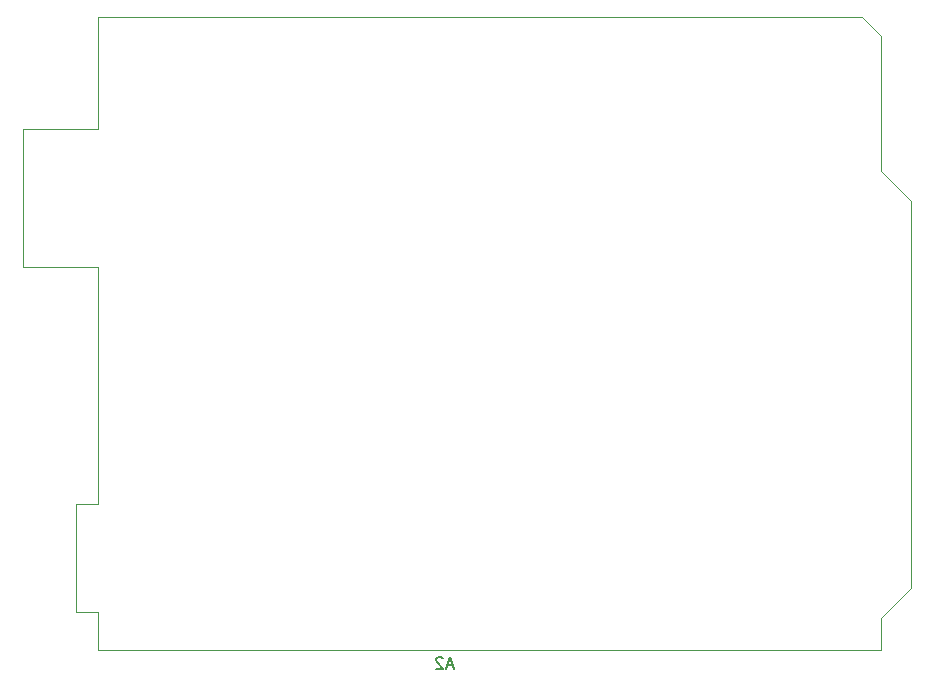
<source format=gbr>
G04 #@! TF.GenerationSoftware,KiCad,Pcbnew,(5.1.5)-3*
G04 #@! TF.CreationDate,2020-03-05T22:37:46-05:00*
G04 #@! TF.ProjectId,StupidDogFocuserPCB,53747570-6964-4446-9f67-466f63757365,1*
G04 #@! TF.SameCoordinates,Original*
G04 #@! TF.FileFunction,Legend,Bot*
G04 #@! TF.FilePolarity,Positive*
%FSLAX46Y46*%
G04 Gerber Fmt 4.6, Leading zero omitted, Abs format (unit mm)*
G04 Created by KiCad (PCBNEW (5.1.5)-3) date 2020-03-05 22:37:46*
%MOMM*%
%LPD*%
G04 APERTURE LIST*
%ADD10C,0.120000*%
%ADD11C,0.150000*%
G04 APERTURE END LIST*
D10*
X161420000Y-70100000D02*
X163960000Y-72640000D01*
X161420000Y-58670000D02*
X161420000Y-70100000D01*
X159770000Y-57020000D02*
X161420000Y-58670000D01*
X95120000Y-57020000D02*
X159770000Y-57020000D01*
X95120000Y-66550000D02*
X95120000Y-57020000D01*
X88770000Y-66550000D02*
X95120000Y-66550000D01*
X88770000Y-78230000D02*
X88770000Y-66550000D01*
X95120000Y-78230000D02*
X88770000Y-78230000D01*
X95120000Y-98300000D02*
X95120000Y-78230000D01*
X93220000Y-98300000D02*
X95120000Y-98300000D01*
X93220000Y-107440000D02*
X93220000Y-98300000D01*
X95120000Y-107440000D02*
X93220000Y-107440000D01*
X95120000Y-110620000D02*
X95120000Y-107440000D01*
X161420000Y-110620000D02*
X95120000Y-110620000D01*
X161420000Y-107950000D02*
X161420000Y-110620000D01*
X163960000Y-105410000D02*
X161420000Y-107950000D01*
X163960000Y-72640000D02*
X163960000Y-105410000D01*
D11*
X125174285Y-111926666D02*
X124698095Y-111926666D01*
X125269523Y-112212380D02*
X124936190Y-111212380D01*
X124602857Y-112212380D01*
X124317142Y-111307619D02*
X124269523Y-111260000D01*
X124174285Y-111212380D01*
X123936190Y-111212380D01*
X123840952Y-111260000D01*
X123793333Y-111307619D01*
X123745714Y-111402857D01*
X123745714Y-111498095D01*
X123793333Y-111640952D01*
X124364761Y-112212380D01*
X123745714Y-112212380D01*
M02*

</source>
